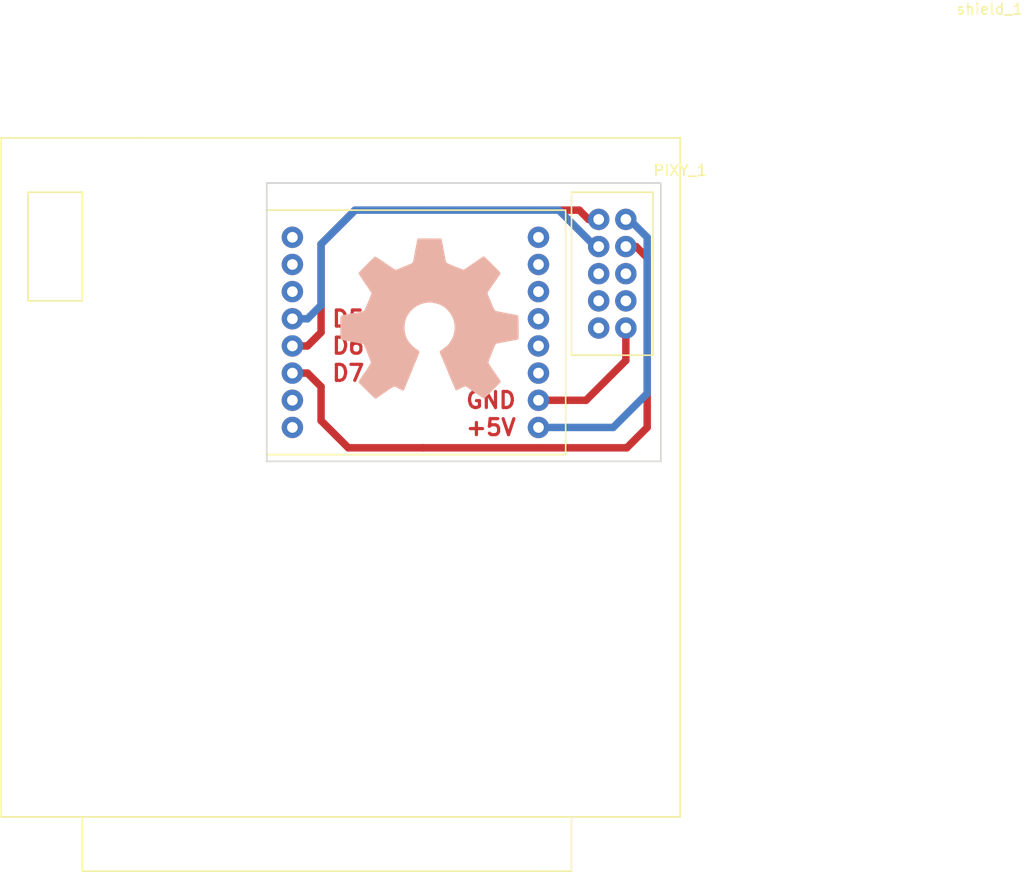
<source format=kicad_pcb>
(kicad_pcb (version 4) (host pcbnew 4.0.4-stable)

  (general
    (links 0)
    (no_connects 0)
    (area 186.961099 13.511 282.949239 96.388601)
    (thickness 1.6)
    (drawings 9)
    (tracks 38)
    (zones 0)
    (modules 4)
    (nets 11)
  )

  (page A4)
  (layers
    (0 F.Cu signal)
    (31 B.Cu signal)
    (32 B.Adhes user hide)
    (33 F.Adhes user hide)
    (34 B.Paste user hide)
    (35 F.Paste user hide)
    (36 B.SilkS user)
    (37 F.SilkS user)
    (38 B.Mask user hide)
    (39 F.Mask user hide)
    (40 Dwgs.User user hide)
    (41 Cmts.User user hide)
    (42 Eco1.User user)
    (43 Eco2.User user hide)
    (44 Edge.Cuts user)
    (45 Margin user hide)
    (46 B.CrtYd user hide)
    (47 F.CrtYd user hide)
    (48 B.Fab user hide)
    (49 F.Fab user hide)
  )

  (setup
    (last_trace_width 0.7)
    (trace_clearance 0.2)
    (zone_clearance 1)
    (zone_45_only no)
    (trace_min 0.2)
    (segment_width 0.2)
    (edge_width 0.15)
    (via_size 0.6)
    (via_drill 0.4)
    (via_min_size 0.4)
    (via_min_drill 0.3)
    (uvia_size 0.3)
    (uvia_drill 0.1)
    (uvias_allowed no)
    (uvia_min_size 0.2)
    (uvia_min_drill 0.1)
    (pcb_text_width 0.3)
    (pcb_text_size 1.5 1.5)
    (mod_edge_width 0.15)
    (mod_text_size 1 1)
    (mod_text_width 0.15)
    (pad_size 2 2)
    (pad_drill 1)
    (pad_to_mask_clearance 0.2)
    (aux_axis_origin 0 0)
    (visible_elements FFFCC601)
    (pcbplotparams
      (layerselection 0x00030_80000001)
      (usegerberextensions false)
      (excludeedgelayer true)
      (linewidth 0.020000)
      (plotframeref false)
      (viasonmask false)
      (mode 1)
      (useauxorigin false)
      (hpglpennumber 1)
      (hpglpenspeed 20)
      (hpglpendiameter 15)
      (hpglpenoverlay 2)
      (psnegative false)
      (psa4output false)
      (plotreference true)
      (plotvalue true)
      (plotinvisibletext false)
      (padsonsilk false)
      (subtractmaskfromsilk false)
      (outputformat 1)
      (mirror false)
      (drillshape 0)
      (scaleselection 1)
      (outputdirectory ""))
  )

  (net 0 "")
  (net 1 /d6)
  (net 2 /5v)
  (net 3 /d5)
  (net 4 /d7)
  (net 5 "Net-(PIXY_1-Pad5)")
  (net 6 "Net-(PIXY_1-Pad6)")
  (net 7 "Net-(PIXY_1-Pad7)")
  (net 8 "Net-(PIXY_1-Pad8)")
  (net 9 "Net-(PIXY_1-Pad9)")
  (net 10 /gnd)

  (net_class Default "This is the default net class."
    (clearance 0.2)
    (trace_width 0.7)
    (via_dia 0.6)
    (via_drill 0.4)
    (uvia_dia 0.3)
    (uvia_drill 0.1)
    (add_net /5v)
    (add_net /d5)
    (add_net /d6)
    (add_net /d7)
    (add_net /gnd)
    (add_net "Net-(PIXY_1-Pad5)")
    (add_net "Net-(PIXY_1-Pad6)")
    (add_net "Net-(PIXY_1-Pad7)")
    (add_net "Net-(PIXY_1-Pad8)")
    (add_net "Net-(PIXY_1-Pad9)")
  )

  (net_class big ""
    (clearance 0.2)
    (trace_width 0.7)
    (via_dia 0.6)
    (via_drill 0.4)
    (uvia_dia 0.3)
    (uvia_drill 0.1)
  )

  (net_class small ""
    (clearance 0.2)
    (trace_width 0.25)
    (via_dia 0.6)
    (via_drill 0.4)
    (uvia_dia 0.3)
    (uvia_drill 0.1)
  )

  (module TPS730:shield (layer F.Cu) (tedit 587F3BE7) (tstamp 587CA1A1)
    (at 237.49 36.83)
    (path /5853B240)
    (fp_text reference shield_1 (at 42.164 -21.344) (layer F.SilkS)
      (effects (font (size 1 1) (thickness 0.15)))
    )
    (fp_text value shield (at 42.164 -22.344) (layer F.Fab)
      (effects (font (size 1 1) (thickness 0.15)))
    )
    (fp_line (start -25.4 -2.54) (end 2.54 -2.54) (layer F.SilkS) (width 0.15))
    (fp_line (start 2.54 -2.54) (end 2.54 20.32) (layer F.SilkS) (width 0.15))
    (fp_line (start 2.54 20.32) (end -25.4 20.32) (layer F.SilkS) (width 0.15))
    (fp_line (start -25.4 20.32) (end -25.4 -2.54) (layer F.SilkS) (width 0.15))
    (pad 14 thru_hole circle (at 0 0) (size 2 2) (drill 1) (layers *.Cu *.Mask))
    (pad 13 thru_hole circle (at 0 2.54) (size 2 2) (drill 1) (layers *.Cu *.Mask))
    (pad 12 thru_hole circle (at 0 5.08) (size 2 2) (drill 1) (layers *.Cu *.Mask))
    (pad 8 thru_hole circle (at 0 7.62) (size 2 2) (drill 1) (layers *.Cu *.Mask))
    (pad 7 thru_hole circle (at 0 10.16) (size 2 2) (drill 1) (layers *.Cu *.Mask))
    (pad 6 thru_hole circle (at 0 12.7) (size 2 2) (drill 1) (layers *.Cu *.Mask))
    (pad 5 thru_hole circle (at 0 15.24) (size 2 2) (drill 1) (layers *.Cu *.Mask)
      (net 10 /gnd))
    (pad 1 thru_hole circle (at 0 17.78) (size 2 2) (drill 1) (layers *.Cu *.Mask)
      (net 2 /5v))
    (pad 9 thru_hole circle (at -23 0) (size 2 2) (drill 1) (layers *.Cu *.Mask))
    (pad 10 thru_hole circle (at -23 2.54) (size 2 2) (drill 1) (layers *.Cu *.Mask))
    (pad 11 thru_hole circle (at -23 5.08) (size 2 2) (drill 1) (layers *.Cu *.Mask))
    (pad 4 thru_hole circle (at -23 7.62) (size 2 2) (drill 1) (layers *.Cu *.Mask)
      (net 3 /d5))
    (pad 3 thru_hole circle (at -23 10.16) (size 2 2) (drill 1) (layers *.Cu *.Mask)
      (net 1 /d6))
    (pad 2 thru_hole circle (at -23 12.7) (size 2 2) (drill 1) (layers *.Cu *.Mask)
      (net 4 /d7))
    (pad 15 thru_hole circle (at -23 15.24) (size 2 2) (drill 1) (layers *.Cu *.Mask))
    (pad 16 thru_hole circle (at -23 17.78) (size 2 2) (drill 1) (layers *.Cu *.Mask))
  )

  (module TPS730:PIXY (layer F.Cu) (tedit 587F3C10) (tstamp 5853C347)
    (at 250.7361 30.0736)
    (path /5853BA1B)
    (fp_text reference PIXY_1 (at 0 0.5) (layer F.SilkS)
      (effects (font (size 1 1) (thickness 0.15)))
    )
    (fp_text value PIXY (at 0 -0.5) (layer F.Fab)
      (effects (font (size 1 1) (thickness 0.15)))
    )
    (fp_line (start -10.16 15.24) (end -10.16 17.78) (layer F.SilkS) (width 0.15))
    (fp_line (start -10.16 17.78) (end -2.54 17.78) (layer F.SilkS) (width 0.15))
    (fp_line (start -2.54 17.78) (end -2.54 15.24) (layer F.SilkS) (width 0.15))
    (fp_line (start -2.54 2.54) (end -10.16 2.54) (layer F.SilkS) (width 0.15))
    (fp_line (start -10.16 2.54) (end -10.16 15.24) (layer F.SilkS) (width 0.15))
    (fp_line (start -2.54 15.24) (end -2.54 2.54) (layer F.SilkS) (width 0.15))
    (fp_line (start -60.96 2.54) (end -55.88 2.54) (layer F.SilkS) (width 0.15))
    (fp_line (start -55.88 2.54) (end -55.88 12.7) (layer F.SilkS) (width 0.15))
    (fp_line (start -55.88 12.7) (end -60.96 12.7) (layer F.SilkS) (width 0.15))
    (fp_line (start -60.96 12.7) (end -60.96 2.54) (layer F.SilkS) (width 0.15))
    (fp_line (start -55.88 60.96) (end -55.88 66.04) (layer F.SilkS) (width 0.15))
    (fp_line (start -55.88 66.04) (end -12.7 66.04) (layer F.SilkS) (width 0.15))
    (fp_line (start -12.7 66.04) (end -10.16 66.04) (layer F.SilkS) (width 0.15))
    (fp_line (start -10.16 66.04) (end -10.16 60.96) (layer F.SilkS) (width 0.15))
    (fp_line (start -63.5 -2.54) (end -63.5 22.86) (layer F.SilkS) (width 0.15))
    (fp_line (start -63.5 22.86) (end -63.5 48.26) (layer F.SilkS) (width 0.15))
    (fp_line (start -63.5 48.26) (end -63.5 60.96) (layer F.SilkS) (width 0.15))
    (fp_line (start -63.5 60.96) (end 0 60.96) (layer F.SilkS) (width 0.15))
    (fp_line (start 0 60.96) (end 0 -2.54) (layer F.SilkS) (width 0.15))
    (fp_line (start 0 -2.54) (end -50.8 -2.54) (layer F.SilkS) (width 0.15))
    (fp_line (start -50.8 -2.54) (end -63.5 -2.54) (layer F.SilkS) (width 0.15))
    (pad 1 thru_hole circle (at -7.62 5.08) (size 2 2) (drill 1) (layers *.Cu *.Mask)
      (net 1 /d6))
    (pad 2 thru_hole circle (at -5.08 5.08) (size 2 2) (drill 1) (layers *.Cu *.Mask)
      (net 2 /5v))
    (pad 3 thru_hole circle (at -7.62 7.62) (size 2 2) (drill 1) (layers *.Cu *.Mask)
      (net 3 /d5))
    (pad 4 thru_hole circle (at -5.08 7.62) (size 2 2) (drill 1) (layers *.Cu *.Mask)
      (net 4 /d7))
    (pad 5 thru_hole circle (at -7.62 10.16) (size 2 2) (drill 1) (layers *.Cu *.Mask)
      (net 5 "Net-(PIXY_1-Pad5)"))
    (pad 6 thru_hole circle (at -5.08 10.16) (size 2 2) (drill 1) (layers *.Cu *.Mask)
      (net 6 "Net-(PIXY_1-Pad6)"))
    (pad 7 thru_hole circle (at -7.62 12.7) (size 2 2) (drill 1) (layers *.Cu *.Mask)
      (net 7 "Net-(PIXY_1-Pad7)"))
    (pad 8 thru_hole circle (at -5.08 12.7) (size 2 2) (drill 1) (layers *.Cu *.Mask)
      (net 8 "Net-(PIXY_1-Pad8)"))
    (pad 9 thru_hole circle (at -7.62 15.24) (size 2 2) (drill 1) (layers *.Cu *.Mask)
      (net 9 "Net-(PIXY_1-Pad9)"))
    (pad 10 thru_hole circle (at -5.08 15.24) (size 2 2) (drill 1) (layers *.Cu *.Mask)
      (net 10 /gnd))
  )

  (module TPS730:opensource_solo (layer B.Cu) (tedit 0) (tstamp 587F4F4B)
    (at 227.33 44.45 180)
    (fp_text reference G*** (at 0 0 180) (layer B.SilkS) hide
      (effects (font (thickness 0.3)) (justify mirror))
    )
    (fp_text value LOGO (at 0.75 0 180) (layer B.SilkS) hide
      (effects (font (thickness 0.3)) (justify mirror))
    )
    (fp_poly (pts (xy 1.1541 7.443611) (xy 1.166343 7.397158) (xy 1.186585 7.304677) (xy 1.212889 7.175704)
      (xy 1.24332 7.019773) (xy 1.275941 6.846421) (xy 1.281608 6.815667) (xy 1.342634 6.484125)
      (xy 1.394555 6.203736) (xy 1.43826 5.9701) (xy 1.474638 5.778818) (xy 1.50458 5.62549)
      (xy 1.528975 5.505717) (xy 1.548713 5.415098) (xy 1.564683 5.349235) (xy 1.577775 5.303727)
      (xy 1.588879 5.274176) (xy 1.596098 5.260379) (xy 1.639563 5.224632) (xy 1.735812 5.171846)
      (xy 1.883956 5.102455) (xy 2.083109 5.016892) (xy 2.164091 4.983452) (xy 2.341598 4.910641)
      (xy 2.516071 4.838803) (xy 2.675234 4.773014) (xy 2.806811 4.718348) (xy 2.898523 4.679881)
      (xy 2.899184 4.679601) (xy 3.006699 4.637858) (xy 3.102877 4.607186) (xy 3.169102 4.593415)
      (xy 3.175144 4.593167) (xy 3.2295 4.609669) (xy 3.321067 4.656374) (xy 3.442311 4.72908)
      (xy 3.573729 4.815417) (xy 3.732627 4.923437) (xy 3.852296 5.004407) (xy 3.940092 5.063146)
      (xy 4.003373 5.104472) (xy 4.049495 5.133205) (xy 4.085817 5.154163) (xy 4.113388 5.168897)
      (xy 4.161502 5.202214) (xy 4.176888 5.225642) (xy 4.199646 5.247008) (xy 4.21687 5.249334)
      (xy 4.259031 5.263871) (xy 4.266259 5.273724) (xy 4.295077 5.303231) (xy 4.362486 5.355212)
      (xy 4.458587 5.42325) (xy 4.573479 5.500928) (xy 4.697263 5.581831) (xy 4.820039 5.659542)
      (xy 4.931908 5.727645) (xy 5.022969 5.779724) (xy 5.083323 5.809362) (xy 5.099524 5.813778)
      (xy 5.132191 5.798975) (xy 5.192101 5.753347) (xy 5.281216 5.675067) (xy 5.401499 5.562305)
      (xy 5.554914 5.413235) (xy 5.743423 5.226028) (xy 5.903416 5.06515) (xy 6.071865 4.894657)
      (xy 6.228011 4.735801) (xy 6.367318 4.593256) (xy 6.485253 4.471699) (xy 6.577282 4.375803)
      (xy 6.638871 4.310244) (xy 6.665485 4.279695) (xy 6.665914 4.279002) (xy 6.655819 4.244982)
      (xy 6.613286 4.166642) (xy 6.539132 4.04527) (xy 6.434174 3.882152) (xy 6.299231 3.678577)
      (xy 6.13512 3.43583) (xy 6.0669 3.335949) (xy 5.929204 3.133458) (xy 5.802131 2.943921)
      (xy 5.689153 2.772717) (xy 5.59374 2.625225) (xy 5.519364 2.506824) (xy 5.469496 2.422894)
      (xy 5.447606 2.378813) (xy 5.446888 2.375098) (xy 5.457479 2.338589) (xy 5.487057 2.258187)
      (xy 5.532329 2.141863) (xy 5.590003 1.997584) (xy 5.656788 1.83332) (xy 5.72939 1.65704)
      (xy 5.804519 1.476714) (xy 5.878881 1.30031) (xy 5.949185 1.135798) (xy 6.012138 0.991146)
      (xy 6.064449 0.874325) (xy 6.086236 0.827465) (xy 6.146288 0.748808) (xy 6.211353 0.708926)
      (xy 6.262627 0.695551) (xy 6.360211 0.67413) (xy 6.494845 0.646541) (xy 6.657275 0.614661)
      (xy 6.838242 0.580364) (xy 6.921681 0.564932) (xy 7.236872 0.506853) (xy 7.50099 0.457576)
      (xy 7.718549 0.416118) (xy 7.894067 0.381495) (xy 8.032058 0.352723) (xy 8.137039 0.328817)
      (xy 8.213525 0.308795) (xy 8.266032 0.291671) (xy 8.299076 0.276461) (xy 8.317172 0.262183)
      (xy 8.3185 0.260556) (xy 8.328238 0.233877) (xy 8.336175 0.178597) (xy 8.342448 0.090443)
      (xy 8.347194 -0.034856) (xy 8.350552 -0.201573) (xy 8.352659 -0.41398) (xy 8.353654 -0.676349)
      (xy 8.353777 -0.832555) (xy 8.353308 -1.121887) (xy 8.351807 -1.359062) (xy 8.349135 -1.548363)
      (xy 8.345156 -1.69407) (xy 8.339729 -1.800465) (xy 8.332717 -1.871829) (xy 8.32398 -1.912444)
      (xy 8.3185 -1.923094) (xy 8.275463 -1.945207) (xy 8.178085 -1.973955) (xy 8.028027 -2.008934)
      (xy 7.826952 -2.049737) (xy 7.704666 -2.072775) (xy 7.378567 -2.132886) (xy 7.103481 -2.183673)
      (xy 6.874932 -2.226154) (xy 6.688446 -2.261349) (xy 6.539546 -2.290277) (xy 6.423756 -2.313955)
      (xy 6.336602 -2.333404) (xy 6.273607 -2.349641) (xy 6.230297 -2.363686) (xy 6.202195 -2.376557)
      (xy 6.184825 -2.389274) (xy 6.173713 -2.402854) (xy 6.164382 -2.418318) (xy 6.160802 -2.424215)
      (xy 6.139802 -2.466912) (xy 6.10268 -2.551058) (xy 6.054005 -2.665582) (xy 5.99834 -2.799415)
      (xy 5.940252 -2.941488) (xy 5.884308 -3.080732) (xy 5.835071 -3.206076) (xy 5.798742 -3.302)
      (xy 5.773834 -3.366969) (xy 5.733243 -3.469772) (xy 5.682695 -3.596014) (xy 5.630633 -3.724627)
      (xy 5.565415 -3.893951) (xy 5.526406 -4.017821) (xy 5.512465 -4.100161) (xy 5.514187 -4.125324)
      (xy 5.532802 -4.166024) (xy 5.577046 -4.244016) (xy 5.640866 -4.349877) (xy 5.718208 -4.474185)
      (xy 5.803019 -4.607517) (xy 5.889245 -4.740451) (xy 5.970833 -4.863565) (xy 6.041729 -4.967435)
      (xy 6.09588 -5.042641) (xy 6.127232 -5.079758) (xy 6.127526 -5.08) (xy 6.150936 -5.109314)
      (xy 6.195071 -5.172112) (xy 6.246758 -5.249333) (xy 6.310837 -5.345636) (xy 6.392672 -5.466705)
      (xy 6.477697 -5.591033) (xy 6.50451 -5.629886) (xy 6.594394 -5.768494) (xy 6.646409 -5.869531)
      (xy 6.660155 -5.931974) (xy 6.635228 -5.9548) (xy 6.632222 -5.954889) (xy 6.610199 -5.970563)
      (xy 6.611055 -5.976254) (xy 6.593824 -6.001872) (xy 6.541064 -6.061064) (xy 6.458175 -6.148536)
      (xy 6.350557 -6.258994) (xy 6.223611 -6.387144) (xy 6.082737 -6.527691) (xy 5.933335 -6.67534)
      (xy 5.780805 -6.824799) (xy 5.630547 -6.970772) (xy 5.487961 -7.107965) (xy 5.358448 -7.231083)
      (xy 5.247407 -7.334833) (xy 5.160239 -7.41392) (xy 5.102345 -7.463049) (xy 5.08 -7.477303)
      (xy 5.042414 -7.461431) (xy 4.968614 -7.418677) (xy 4.868274 -7.355026) (xy 4.751068 -7.276465)
      (xy 4.714374 -7.2511) (xy 4.595333 -7.166898) (xy 4.492744 -7.091835) (xy 4.415766 -7.032797)
      (xy 4.373553 -6.996671) (xy 4.369084 -6.991405) (xy 4.349667 -6.972846) (xy 4.346654 -6.979497)
      (xy 4.325811 -6.975558) (xy 4.271238 -6.944098) (xy 4.194184 -6.891697) (xy 4.183944 -6.884303)
      (xy 3.974777 -6.735294) (xy 3.784192 -6.605376) (xy 3.616918 -6.497442) (xy 3.477685 -6.414385)
      (xy 3.371221 -6.359097) (xy 3.302257 -6.334471) (xy 3.284556 -6.334203) (xy 3.2378 -6.352958)
      (xy 3.15226 -6.393735) (xy 3.038545 -6.451242) (xy 2.907267 -6.520186) (xy 2.85049 -6.550713)
      (xy 2.701354 -6.631958) (xy 2.593577 -6.686753) (xy 2.517482 -6.712763) (xy 2.463392 -6.70765)
      (xy 2.421632 -6.669077) (xy 2.382525 -6.594707) (xy 2.336394 -6.482202) (xy 2.311597 -6.420555)
      (xy 2.247418 -6.263283) (xy 2.179367 -6.097518) (xy 2.112295 -5.934982) (xy 2.051055 -5.787398)
      (xy 2.000499 -5.666488) (xy 1.96548 -5.583974) (xy 1.961107 -5.573889) (xy 1.937213 -5.517464)
      (xy 1.897033 -5.420848) (xy 1.845568 -5.29613) (xy 1.787815 -5.155395) (xy 1.768524 -5.108222)
      (xy 1.700134 -4.940953) (xy 1.627132 -4.76261) (xy 1.557995 -4.593889) (xy 1.501198 -4.455486)
      (xy 1.49836 -4.448577) (xy 1.452983 -4.331701) (xy 1.419653 -4.233143) (xy 1.402156 -4.164979)
      (xy 1.401844 -4.140828) (xy 1.401636 -4.1253) (xy 1.387249 -4.13186) (xy 1.358167 -4.134527)
      (xy 1.354666 -4.124188) (xy 1.344273 -4.090117) (xy 1.315475 -4.013164) (xy 1.271849 -3.902436)
      (xy 1.216967 -3.767042) (xy 1.16849 -3.649801) (xy 1.088744 -3.455989) (xy 1.030528 -3.30699)
      (xy 0.992189 -3.196153) (xy 0.97207 -3.116827) (xy 0.968518 -3.062361) (xy 0.979878 -3.026106)
      (xy 1.004493 -3.001411) (xy 1.006761 -2.999883) (xy 1.179087 -2.884845) (xy 1.314093 -2.790743)
      (xy 1.422652 -2.709129) (xy 1.515638 -2.631559) (xy 1.603926 -2.549584) (xy 1.666184 -2.487667)
      (xy 1.905359 -2.216836) (xy 2.090907 -1.941168) (xy 2.225606 -1.653723) (xy 2.312234 -1.347561)
      (xy 2.35357 -1.015742) (xy 2.356979 -0.762) (xy 2.327323 -0.408799) (xy 2.255725 -0.088889)
      (xy 2.138977 0.205495) (xy 1.973873 0.482116) (xy 1.757207 0.74874) (xy 1.714129 0.794555)
      (xy 1.460926 1.019403) (xy 1.171068 1.208075) (xy 0.854379 1.356416) (xy 0.520687 1.460275)
      (xy 0.179814 1.515498) (xy -0.010753 1.52363) (xy -0.156747 1.514369) (xy -0.326886 1.489372)
      (xy -0.508666 1.451985) (xy -0.689583 1.405552) (xy -0.85713 1.353417) (xy -0.998804 1.298924)
      (xy -1.102101 1.245419) (xy -1.131112 1.223978) (xy -1.177014 1.192317) (xy -1.197606 1.185334)
      (xy -1.230738 1.169153) (xy -1.290718 1.127921) (xy -1.329439 1.098296) (xy -1.391926 1.051537)
      (xy -1.431736 1.026998) (xy -1.439334 1.026555) (xy -1.456433 1.017557) (xy -1.50207 0.975077)
      (xy -1.567758 0.908235) (xy -1.645007 0.826151) (xy -1.725329 0.737945) (xy -1.800236 0.652736)
      (xy -1.86124 0.579646) (xy -1.889323 0.543082) (xy -1.994435 0.379996) (xy -2.094361 0.193144)
      (xy -2.179916 0.001981) (xy -2.241917 -0.174041) (xy -2.258973 -0.239889) (xy -2.313053 -0.601389)
      (xy -2.317283 -0.966035) (xy -2.272094 -1.322124) (xy -2.210243 -1.563344) (xy -2.142933 -1.734506)
      (xy -2.043696 -1.93049) (xy -1.920799 -2.136488) (xy -1.782509 -2.337696) (xy -1.764005 -2.362499)
      (xy -1.702822 -2.429644) (xy -1.606407 -2.519292) (xy -1.486152 -2.622126) (xy -1.353444 -2.728828)
      (xy -1.219674 -2.83008) (xy -1.09623 -2.916566) (xy -1.051278 -2.945574) (xy -0.968557 -3.008307)
      (xy -0.933597 -3.065916) (xy -0.931334 -3.085821) (xy -0.942051 -3.143095) (xy -0.969934 -3.234139)
      (xy -1.008576 -3.341433) (xy -1.051573 -3.44746) (xy -1.092521 -3.534701) (xy -1.101438 -3.551085)
      (xy -1.122274 -3.595743) (xy -1.157971 -3.680133) (xy -1.203149 -3.791297) (xy -1.242899 -3.891812)
      (xy -1.294391 -4.020723) (xy -1.343525 -4.138695) (xy -1.383847 -4.230494) (xy -1.404321 -4.272812)
      (xy -1.436492 -4.334989) (xy -1.453902 -4.372376) (xy -1.454563 -4.374444) (xy -1.483867 -4.47726)
      (xy -1.509077 -4.534224) (xy -1.521054 -4.543777) (xy -1.538859 -4.567357) (xy -1.544124 -4.595716)
      (xy -1.557716 -4.645498) (xy -1.589972 -4.728888) (xy -1.634293 -4.829018) (xy -1.640728 -4.84266)
      (xy -1.686415 -4.94235) (xy -1.721663 -5.02594) (xy -1.739725 -5.077306) (xy -1.74051 -5.081082)
      (xy -1.755111 -5.12848) (xy -1.786097 -5.208766) (xy -1.821644 -5.292748) (xy -1.868401 -5.399521)
      (xy -1.912666 -5.501463) (xy -1.937713 -5.559777) (xy -1.977593 -5.652578) (xy -2.016014 -5.740622)
      (xy -2.017163 -5.743222) (xy -2.040493 -5.797656) (xy -2.08076 -5.893319) (xy -2.133381 -6.019257)
      (xy -2.193776 -6.164517) (xy -2.233794 -6.26112) (xy -2.295381 -6.406353) (xy -2.351725 -6.532458)
      (xy -2.398587 -6.630462) (xy -2.431728 -6.691393) (xy -2.44459 -6.707224) (xy -2.479422 -6.69932)
      (xy -2.554619 -6.669035) (xy -2.660759 -6.620581) (xy -2.788419 -6.558169) (xy -2.861453 -6.520937)
      (xy -3.033716 -6.434042) (xy -3.164491 -6.373992) (xy -3.260811 -6.338789) (xy -3.329708 -6.326435)
      (xy -3.378212 -6.334932) (xy -3.413356 -6.362284) (xy -3.414631 -6.3638) (xy -3.453524 -6.392257)
      (xy -3.472581 -6.391562) (xy -3.506098 -6.396581) (xy -3.512094 -6.403898) (xy -3.542806 -6.432969)
      (xy -3.607159 -6.482902) (xy -3.692697 -6.545064) (xy -3.786966 -6.61082) (xy -3.87751 -6.671537)
      (xy -3.951875 -6.71858) (xy -3.997605 -6.743315) (xy -4.004298 -6.745111) (xy -4.038825 -6.765402)
      (xy -4.040482 -6.768865) (xy -4.065956 -6.792409) (xy -4.128616 -6.840292) (xy -4.218617 -6.905649)
      (xy -4.326111 -6.981611) (xy -4.441253 -7.061314) (xy -4.554195 -7.137889) (xy -4.655091 -7.204471)
      (xy -4.734095 -7.254193) (xy -4.749566 -7.263355) (xy -4.812696 -7.302611) (xy -4.851403 -7.331483)
      (xy -4.854223 -7.334563) (xy -4.901781 -7.375022) (xy -4.97359 -7.416791) (xy -5.042966 -7.445563)
      (xy -5.070777 -7.450666) (xy -5.102663 -7.43118) (xy -5.168199 -7.376305) (xy -5.261997 -7.291422)
      (xy -5.378672 -7.181907) (xy -5.512838 -7.053139) (xy -5.65911 -6.910496) (xy -5.8121 -6.759356)
      (xy -5.966424 -6.605099) (xy -6.116696 -6.453101) (xy -6.257529 -6.308741) (xy -6.383537 -6.177397)
      (xy -6.489336 -6.064448) (xy -6.569538 -5.975271) (xy -6.618758 -5.915246) (xy -6.632223 -5.891451)
      (xy -6.617903 -5.844612) (xy -6.582116 -5.770736) (xy -6.535615 -5.689128) (xy -6.489158 -5.619092)
      (xy -6.463154 -5.588) (xy -6.443089 -5.560821) (xy -6.397373 -5.495328) (xy -6.331872 -5.400033)
      (xy -6.252455 -5.283447) (xy -6.210226 -5.221111) (xy -6.125171 -5.095773) (xy -6.050232 -4.986174)
      (xy -5.991576 -4.901271) (xy -5.955372 -4.850023) (xy -5.947868 -4.840111) (xy -5.90033 -4.777716)
      (xy -5.836589 -4.685808) (xy -5.763133 -4.574741) (xy -5.68645 -4.454868) (xy -5.613028 -4.336542)
      (xy -5.549354 -4.230117) (xy -5.501914 -4.145945) (xy -5.477198 -4.094379) (xy -5.475112 -4.085666)
      (xy -5.485165 -4.042848) (xy -5.513064 -3.957292) (xy -5.555413 -3.838553) (xy -5.608818 -3.696189)
      (xy -5.661429 -3.561066) (xy -5.774552 -3.275248) (xy -5.869103 -3.037334) (xy -5.947469 -2.842817)
      (xy -6.012033 -2.68719) (xy -6.065182 -2.565947) (xy -6.109299 -2.474582) (xy -6.14677 -2.408587)
      (xy -6.17998 -2.363456) (xy -6.211313 -2.334682) (xy -6.243154 -2.31776) (xy -6.277888 -2.308181)
      (xy -6.317901 -2.30144) (xy -6.328946 -2.29968) (xy -6.395569 -2.288112) (xy -6.506019 -2.2681)
      (xy -6.64868 -2.241786) (xy -6.811935 -2.211309) (xy -6.956778 -2.184003) (xy -7.147642 -2.147989)
      (xy -7.346069 -2.110782) (xy -7.53467 -2.075626) (xy -7.696056 -2.045766) (xy -7.775223 -2.031263)
      (xy -7.958918 -1.997039) (xy -8.094188 -1.969326) (xy -8.18833 -1.945665) (xy -8.248647 -1.923592)
      (xy -8.282437 -1.900648) (xy -8.297002 -1.874371) (xy -8.299612 -1.854478) (xy -8.300051 -1.812624)
      (xy -8.300292 -1.721095) (xy -8.300341 -1.58666) (xy -8.300204 -1.41609) (xy -8.299885 -1.216153)
      (xy -8.29939 -0.993619) (xy -8.298745 -0.762141) (xy -8.297351 -0.473076) (xy -8.295006 -0.236488)
      (xy -8.291572 -0.048417) (xy -8.286909 0.095098) (xy -8.280877 0.198019) (xy -8.273336 0.264305)
      (xy -8.264147 0.297919) (xy -8.261189 0.302086) (xy -8.224605 0.316244) (xy -8.137346 0.338949)
      (xy -8.004372 0.369202) (xy -7.830639 0.406005) (xy -7.621106 0.44836) (xy -7.380731 0.495268)
      (xy -7.114471 0.545731) (xy -6.827284 0.598751) (xy -6.524128 0.65333) (xy -6.462889 0.66419)
      (xy -6.338715 0.689158) (xy -6.229613 0.716502) (xy -6.151859 0.741904) (xy -6.12973 0.752586)
      (xy -6.08806 0.798074) (xy -6.031773 0.886964) (xy -5.965805 1.00971) (xy -5.895094 1.156764)
      (xy -5.824575 1.31858) (xy -5.781923 1.425223) (xy -5.757176 1.489296) (xy -5.736704 1.541248)
      (xy -5.715367 1.593352) (xy -5.688025 1.657882) (xy -5.649539 1.747111) (xy -5.594768 1.873313)
      (xy -5.581003 1.905) (xy -5.508557 2.07254) (xy -5.456695 2.197223) (xy -5.4235 2.287956)
      (xy -5.407055 2.353649) (xy -5.405443 2.403209) (xy -5.416746 2.445544) (xy -5.439048 2.489563)
      (xy -5.450814 2.509974) (xy -5.487349 2.569263) (xy -5.545431 2.659367) (xy -5.618852 2.771066)
      (xy -5.701407 2.895143) (xy -5.78689 3.02238) (xy -5.869093 3.143559) (xy -5.941812 3.249463)
      (xy -5.998838 3.330872) (xy -6.033968 3.37857) (xy -6.041082 3.386667) (xy -6.062086 3.413908)
      (xy -6.108505 3.47955) (xy -6.174413 3.575049) (xy -6.253887 3.691861) (xy -6.295492 3.753556)
      (xy -6.381044 3.87983) (xy -6.45757 3.991016) (xy -6.518621 4.077877) (xy -6.557747 4.131176)
      (xy -6.566511 4.141779) (xy -6.593315 4.171332) (xy -6.61134 4.199489) (xy -6.617468 4.230386)
      (xy -6.608579 4.268154) (xy -6.581556 4.316928) (xy -6.533279 4.380841) (xy -6.46063 4.464027)
      (xy -6.36049 4.570621) (xy -6.229741 4.704754) (xy -6.065263 4.870562) (xy -5.866457 5.069657)
      (xy -5.693708 5.241365) (xy -5.532136 5.399806) (xy -5.386329 5.540641) (xy -5.260875 5.659534)
      (xy -5.160362 5.752145) (xy -5.089378 5.814136) (xy -5.052511 5.84117) (xy -5.049594 5.842)
      (xy -5.005242 5.826569) (xy -4.931278 5.786019) (xy -4.843345 5.728968) (xy -4.83932 5.726157)
      (xy -4.729768 5.649747) (xy -4.590648 5.553314) (xy -4.41796 5.434099) (xy -4.207708 5.289344)
      (xy -3.955894 5.116289) (xy -3.880556 5.064558) (xy -3.745574 4.971857) (xy -3.604006 4.874584)
      (xy -3.475382 4.786161) (xy -3.40175 4.735511) (xy -3.303283 4.672827) (xy -3.214972 4.625561)
      (xy -3.15214 4.601653) (xy -3.140707 4.600223) (xy -3.096352 4.610716) (xy -3.00851 4.639944)
      (xy -2.885629 4.684527) (xy -2.736154 4.741087) (xy -2.568533 4.806246) (xy -2.39121 4.876623)
      (xy -2.212633 4.948842) (xy -2.041248 5.019522) (xy -1.885501 5.085285) (xy -1.753838 5.142753)
      (xy -1.654707 5.188547) (xy -1.603191 5.215265) (xy -1.581723 5.227759) (xy -1.563455 5.241227)
      (xy -1.547124 5.260775) (xy -1.531464 5.291509) (xy -1.515211 5.338538) (xy -1.497101 5.406965)
      (xy -1.475869 5.501899) (xy -1.450251 5.628444) (xy -1.418981 5.791709) (xy -1.380797 5.996798)
      (xy -1.334432 6.248819) (xy -1.297739 6.448778) (xy -1.256071 6.673419) (xy -1.216489 6.882352)
      (xy -1.180386 7.068559) (xy -1.149155 7.22502) (xy -1.12419 7.344717) (xy -1.106884 7.420631)
      (xy -1.100223 7.443611) (xy -1.073655 7.507111) (xy 1.130285 7.507111) (xy 1.1541 7.443611)) (layer B.SilkS) (width 0.01))
  )

  (module TPS730:hangar_petit (layer F.Cu) (tedit 0) (tstamp 587F5410)
    (at 227.33 43.18 90)
    (fp_text reference G*** (at 0 0 90) (layer F.SilkS) hide
      (effects (font (thickness 0.3)))
    )
    (fp_text value LOGO (at 0.75 0 90) (layer F.SilkS) hide
      (effects (font (thickness 0.3)))
    )
    (fp_poly (pts (xy -8.749348 -0.778531) (xy -8.603418 -0.762982) (xy -8.489541 -0.731811) (xy -8.397475 -0.689248)
      (xy -8.134333 -0.502246) (xy -7.927329 -0.252012) (xy -7.836373 -0.084924) (xy -7.75184 0.183781)
      (xy -7.722934 0.484839) (xy -7.749859 0.786598) (xy -7.829054 1.048996) (xy -7.988685 1.311147)
      (xy -8.205178 1.520165) (xy -8.465146 1.67018) (xy -8.755206 1.755323) (xy -9.061971 1.769725)
      (xy -9.34833 1.715176) (xy -9.632296 1.58698) (xy -9.860172 1.39639) (xy -10.033425 1.141835)
      (xy -10.141617 0.864522) (xy -10.195414 0.54451) (xy -10.187039 0.412478) (xy -9.567026 0.412478)
      (xy -9.557525 0.632682) (xy -9.5199 0.836406) (xy -9.455731 0.993514) (xy -9.444725 1.010063)
      (xy -9.287017 1.165042) (xy -9.094879 1.249511) (xy -8.885701 1.259355) (xy -8.678728 1.191457)
      (xy -8.525801 1.064247) (xy -8.41523 0.880685) (xy -8.351074 0.659928) (xy -8.337393 0.421134)
      (xy -8.378245 0.18346) (xy -8.434917 0.04072) (xy -8.564184 -0.134643) (xy -8.731327 -0.245424)
      (xy -8.919515 -0.291661) (xy -9.11192 -0.273393) (xy -9.291713 -0.190659) (xy -9.442066 -0.043499)
      (xy -9.495348 0.043177) (xy -9.546827 0.205931) (xy -9.567026 0.412478) (xy -10.187039 0.412478)
      (xy -10.17543 0.22949) (xy -10.086878 -0.066811) (xy -9.934972 -0.330666) (xy -9.724925 -0.548348)
      (xy -9.564069 -0.656167) (xy -9.44306 -0.718463) (xy -9.337541 -0.756308) (xy -9.218935 -0.775632)
      (xy -9.058666 -0.782366) (xy -8.9535 -0.782863) (xy -8.749348 -0.778531)) (layer Eco1.User) (width 0.01))
    (fp_poly (pts (xy -3.971475 -0.779631) (xy -3.82723 -0.765152) (xy -3.706704 -0.733925) (xy -3.579499 -0.680142)
      (xy -3.546281 -0.664059) (xy -3.414416 -0.585494) (xy -3.279697 -0.483221) (xy -3.161093 -0.374532)
      (xy -3.077572 -0.276722) (xy -3.048 -0.209811) (xy -3.083799 -0.181705) (xy -3.176658 -0.134185)
      (xy -3.279148 -0.089108) (xy -3.510297 0.006698) (xy -3.685668 -0.134234) (xy -3.801184 -0.217635)
      (xy -3.904471 -0.259857) (xy -4.035433 -0.274229) (xy -4.107582 -0.275167) (xy -4.331213 -0.249942)
      (xy -4.50043 -0.168296) (xy -4.630932 -0.021273) (xy -4.669348 0.045342) (xy -4.716395 0.192183)
      (xy -4.738124 0.384713) (xy -4.73563 0.594319) (xy -4.710007 0.792386) (xy -4.662347 0.9503)
      (xy -4.632768 1.002344) (xy -4.480237 1.148078) (xy -4.292548 1.233705) (xy -4.09045 1.257001)
      (xy -3.894691 1.215744) (xy -3.72602 1.10771) (xy -3.718451 1.100297) (xy -3.640759 1.001602)
      (xy -3.60008 0.908939) (xy -3.598333 0.892256) (xy -3.606791 0.843252) (xy -3.645168 0.816776)
      (xy -3.732973 0.806074) (xy -3.852333 0.804333) (xy -4.106333 0.804333) (xy -4.106333 0.338667)
      (xy -3.048 0.338667) (xy -3.048 1.693333) (xy -3.306938 1.693333) (xy -3.448815 1.690967)
      (xy -3.523676 1.679672) (xy -3.549131 1.653151) (xy -3.543734 1.608667) (xy -3.541819 1.537078)
      (xy -3.581852 1.533154) (xy -3.638106 1.584414) (xy -3.74469 1.660439) (xy -3.909796 1.719645)
      (xy -4.108234 1.757878) (xy -4.314813 1.770984) (xy -4.504341 1.75481) (xy -4.572274 1.738446)
      (xy -4.845906 1.614427) (xy -5.064745 1.42715) (xy -5.22651 1.17977) (xy -5.328922 0.875443)
      (xy -5.36295 0.644238) (xy -5.358692 0.29696) (xy -5.288816 -0.019409) (xy -5.157874 -0.294746)
      (xy -4.97042 -0.518928) (xy -4.777232 -0.657764) (xy -4.657354 -0.719373) (xy -4.55192 -0.756802)
      (xy -4.432453 -0.775929) (xy -4.270478 -0.782634) (xy -4.169833 -0.783167) (xy -3.971475 -0.779631)) (layer Eco1.User) (width 0.01))
    (fp_poly (pts (xy -7.08402 -0.7586) (xy -6.857159 -0.754163) (xy -6.743935 -0.750505) (xy -6.484711 -0.739671)
      (xy -6.293226 -0.72735) (xy -6.152561 -0.711106) (xy -6.045794 -0.6885) (xy -5.956004 -0.657098)
      (xy -5.892905 -0.627938) (xy -5.70798 -0.493791) (xy -5.581247 -0.314862) (xy -5.513655 -0.108326)
      (xy -5.50615 0.108645) (xy -5.559681 0.318876) (xy -5.675195 0.505195) (xy -5.823365 0.632282)
      (xy -6.001332 0.745145) (xy -5.866426 0.975822) (xy -5.767165 1.146727) (xy -5.656746 1.338558)
      (xy -5.592136 1.451695) (xy -5.452751 1.696891) (xy -5.801709 1.684529) (xy -6.150668 1.672167)
      (xy -6.595856 0.867833) (xy -6.811595 0.855038) (xy -7.027333 0.842242) (xy -7.027333 1.693333)
      (xy -7.62 1.693333) (xy -7.62 0.145788) (xy -7.02233 0.145788) (xy -7.018414 0.266026)
      (xy -7.009674 0.323624) (xy -6.957877 0.35412) (xy -6.846273 0.373314) (xy -6.698981 0.381081)
      (xy -6.54012 0.377298) (xy -6.39381 0.36184) (xy -6.28417 0.334581) (xy -6.268285 0.327459)
      (xy -6.168174 0.233094) (xy -6.124593 0.093666) (xy -6.143242 -0.068173) (xy -6.158297 -0.109484)
      (xy -6.21449 -0.20014) (xy -6.302187 -0.25798) (xy -6.436124 -0.28744) (xy -6.631036 -0.292959)
      (xy -6.752167 -0.288325) (xy -7.006167 -0.275167) (xy -7.018929 -0.004459) (xy -7.02233 0.145788)
      (xy -7.62 0.145788) (xy -7.62 -0.718054) (xy -7.507947 -0.746177) (xy -7.427326 -0.754505)
      (xy -7.280046 -0.75868) (xy -7.08402 -0.7586)) (layer Eco1.User) (width 0.01))
    (fp_poly (pts (xy -1.695386 -3.803805) (xy -1.413099 -3.702717) (xy -1.1632 -3.543428) (xy -1.052118 -3.438521)
      (xy -0.874626 -3.245965) (xy -1.098909 -3.146982) (xy -1.227701 -3.093138) (xy -1.326692 -3.057189)
      (xy -1.365091 -3.048) (xy -1.420012 -3.073871) (xy -1.509078 -3.13902) (xy -1.549256 -3.172912)
      (xy -1.740886 -3.291587) (xy -1.946712 -3.336495) (xy -2.150274 -3.312571) (xy -2.335111 -3.224746)
      (xy -2.484762 -3.077956) (xy -2.582768 -2.877134) (xy -2.587087 -2.861852) (xy -2.616281 -2.65889)
      (xy -2.608799 -2.433613) (xy -2.568354 -2.220698) (xy -2.501111 -2.058739) (xy -2.359521 -1.901617)
      (xy -2.18105 -1.80935) (xy -1.9842 -1.782757) (xy -1.787477 -1.822656) (xy -1.609383 -1.929865)
      (xy -1.527738 -2.015697) (xy -1.454781 -2.122549) (xy -1.443105 -2.190611) (xy -1.499276 -2.227896)
      (xy -1.62986 -2.242421) (xy -1.7145 -2.243667) (xy -1.989667 -2.243667) (xy -1.989667 -2.709333)
      (xy -0.931333 -2.709333) (xy -0.931333 -2.130778) (xy -0.929841 -1.922809) (xy -0.925747 -1.75124)
      (xy -0.919622 -1.630636) (xy -0.912039 -1.575563) (xy -0.909453 -1.574103) (xy -0.88954 -1.618076)
      (xy -0.844456 -1.731017) (xy -0.778221 -1.902419) (xy -0.694858 -2.121777) (xy -0.669038 -2.190512)
      (xy -0.042333 -2.190512) (xy -0.003581 -2.17498) (xy 0.098402 -2.163725) (xy 0.242203 -2.159025)
      (xy 0.254 -2.159) (xy 0.400066 -2.162287) (xy 0.505905 -2.170938) (xy 0.550101 -2.183135)
      (xy 0.550333 -2.184133) (xy 0.537946 -2.241955) (xy 0.505218 -2.35754) (xy 0.458798 -2.510136)
      (xy 0.405335 -2.67899) (xy 0.351477 -2.84335) (xy 0.303875 -2.982461) (xy 0.269176 -3.075573)
      (xy 0.256196 -3.102191) (xy 0.23616 -3.074885) (xy 0.198838 -2.985082) (xy 0.150407 -2.851637)
      (xy 0.097038 -2.693404) (xy 0.044906 -2.529238) (xy 0.000185 -2.377993) (xy -0.030951 -2.258525)
      (xy -0.042333 -2.190512) (xy -0.669038 -2.190512) (xy -0.598387 -2.378583) (xy -0.49283 -2.662331)
      (xy -0.489531 -2.671241) (xy -0.091488 -3.7465) (xy 0.240006 -3.757794) (xy 0.5715 -3.769087)
      (xy 1.4605 -1.404603) (xy 1.471742 -2.586135) (xy 1.472511 -2.667) (xy 2.070772 -2.667)
      (xy 2.422966 -2.667) (xy 2.648626 -2.675094) (xy 2.798575 -2.700079) (xy 2.864079 -2.729281)
      (xy 2.95106 -2.836151) (xy 2.981455 -2.975398) (xy 2.958431 -3.119412) (xy 2.885158 -3.240588)
      (xy 2.798579 -3.300104) (xy 2.696168 -3.32323) (xy 2.543853 -3.33595) (xy 2.388576 -3.335851)
      (xy 2.0955 -3.323167) (xy 2.083136 -2.995083) (xy 2.070772 -2.667) (xy 1.472511 -2.667)
      (xy 1.482985 -3.767667) (xy 2.258834 -3.767667) (xy 2.536319 -3.767031) (xy 2.743574 -3.764154)
      (xy 2.895033 -3.757579) (xy 3.005129 -3.745849) (xy 3.088294 -3.727509) (xy 3.158963 -3.701102)
      (xy 3.221258 -3.670565) (xy 3.410572 -3.528274) (xy 3.533433 -3.335187) (xy 3.587605 -3.095686)
      (xy 3.587753 -2.952181) (xy 3.547825 -2.726169) (xy 3.454713 -2.554972) (xy 3.297116 -2.41982)
      (xy 3.250157 -2.391634) (xy 3.100441 -2.306767) (xy 3.369662 -1.8413) (xy 3.471442 -1.663373)
      (xy 3.555737 -1.512291) (xy 3.614435 -1.402867) (xy 3.639426 -1.34991) (xy 3.639774 -1.348054)
      (xy 3.601389 -1.337288) (xy 3.498787 -1.333623) (xy 3.35216 -1.337575) (xy 3.312583 -1.339718)
      (xy 3.166882 -1.348901) (xy 3.06178 -1.364229) (xy 2.982482 -1.397759) (xy 2.914188 -1.46155)
      (xy 2.842104 -1.56766) (xy 2.751432 -1.728147) (xy 2.683846 -1.852083) (xy 2.493232 -2.201333)
      (xy 2.077295 -2.201333) (xy 2.065231 -1.767417) (xy 2.053167 -1.3335) (xy 1.481431 -1.324606)
      (xy 1.267691 -1.323456) (xy 1.083463 -1.326545) (xy 0.945792 -1.333288) (xy 0.871724 -1.343099)
      (xy 0.865409 -1.345773) (xy 0.823926 -1.401771) (xy 0.77382 -1.5054) (xy 0.758138 -1.545167)
      (xy 0.695153 -1.7145) (xy 0.2446 -1.726487) (xy -0.205953 -1.738473) (xy -0.263172 -1.535987)
      (xy -0.320391 -1.3335) (xy -0.858695 -1.330917) (xy -1.080205 -1.330444) (xy -1.230743 -1.33304)
      (xy -1.324001 -1.34096) (xy -1.373669 -1.356461) (xy -1.393438 -1.381798) (xy -1.397 -1.419227)
      (xy -1.397 -1.41962) (xy -1.400411 -1.467426) (xy -1.422178 -1.483752) (xy -1.479605 -1.466485)
      (xy -1.589993 -1.413511) (xy -1.635799 -1.390453) (xy -1.895195 -1.299334) (xy -2.173032 -1.269396)
      (xy -2.436181 -1.30391) (xy -2.455608 -1.309554) (xy -2.69342 -1.408786) (xy -2.881464 -1.553676)
      (xy -3.03854 -1.760458) (xy -3.096139 -1.862667) (xy -3.140563 -1.956709) (xy -3.169636 -2.050585)
      (xy -3.186499 -2.165573) (xy -3.194295 -2.322953) (xy -3.196167 -2.54) (xy -3.194574 -2.756408)
      (xy -3.187406 -2.910157) (xy -3.171076 -3.02323) (xy -3.141999 -3.117611) (xy -3.09659 -3.215285)
      (xy -3.081208 -3.2448) (xy -2.984836 -3.395715) (xy -2.86741 -3.537308) (xy -2.806041 -3.595504)
      (xy -2.565387 -3.742542) (xy -2.288648 -3.82525) (xy -1.992942 -3.84516) (xy -1.695386 -3.803805)) (layer Eco1.User) (width 0.01))
    (fp_poly (pts (xy -5.482167 -1.403998) (xy -5.470924 -2.585832) (xy -5.459682 -3.767667) (xy -4.831953 -3.767667)
      (xy -4.39506 -3.002427) (xy -3.958167 -2.237186) (xy -3.946629 -3.002427) (xy -3.93509 -3.767667)
      (xy -3.386667 -3.767667) (xy -3.386667 -1.312333) (xy -3.608917 -1.312912) (xy -3.779727 -1.317684)
      (xy -3.901529 -1.339837) (xy -3.994758 -1.392698) (xy -4.079847 -1.489595) (xy -4.17723 -1.643857)
      (xy -4.214594 -1.707977) (xy -4.327371 -1.902074) (xy -4.461482 -2.131546) (xy -4.595031 -2.358971)
      (xy -4.651866 -2.455333) (xy -4.8895 -2.8575) (xy -4.910667 -2.0955) (xy -4.931833 -1.3335)
      (xy -5.495334 -1.332599) (xy -5.706106 -1.33384) (xy -5.885892 -1.337875) (xy -6.017986 -1.344108)
      (xy -6.085682 -1.351946) (xy -6.090189 -1.353765) (xy -6.123289 -1.40417) (xy -6.168497 -1.503889)
      (xy -6.184528 -1.545167) (xy -6.247514 -1.7145) (xy -7.15009 -1.738488) (xy -7.203067 -1.557161)
      (xy -7.242188 -1.442033) (xy -7.278338 -1.365558) (xy -7.289267 -1.352532) (xy -7.341478 -1.344326)
      (xy -7.462224 -1.337692) (xy -7.63538 -1.333169) (xy -7.84482 -1.33129) (xy -7.926328 -1.331366)
      (xy -8.530167 -1.3335) (xy -8.542053 -1.852083) (xy -8.553939 -2.370667) (xy -9.437728 -2.370667)
      (xy -9.449614 -1.852083) (xy -9.4615 -1.3335) (xy -9.694333 -1.326915) (xy -9.838941 -1.326765)
      (xy -9.95679 -1.333526) (xy -10.00125 -1.340603) (xy -10.022904 -1.351929) (xy -10.039896 -1.378836)
      (xy -10.052786 -1.430556) (xy -10.062133 -1.516322) (xy -10.068496 -1.645366) (xy -10.072433 -1.826922)
      (xy -10.074504 -2.070223) (xy -10.075267 -2.384501) (xy -10.075333 -2.564271) (xy -10.075333 -3.767667)
      (xy -9.440333 -3.767667) (xy -9.440333 -2.921) (xy -8.551333 -2.921) (xy -8.551333 -3.767667)
      (xy -7.917673 -3.767667) (xy -7.895167 -1.418167) (xy -7.609797 -2.190512) (xy -6.985 -2.190512)
      (xy -6.94623 -2.175046) (xy -6.844127 -2.163806) (xy -6.700002 -2.159035) (xy -6.685814 -2.159)
      (xy -6.529931 -2.161265) (xy -6.442385 -2.170953) (xy -6.406905 -2.192406) (xy -6.407216 -2.229964)
      (xy -6.408093 -2.233083) (xy -6.506166 -2.566912) (xy -6.583846 -2.821078) (xy -6.640916 -2.994901)
      (xy -6.677158 -3.0877) (xy -6.685966 -3.102191) (xy -6.706147 -3.074871) (xy -6.743609 -2.985055)
      (xy -6.792168 -2.851595) (xy -6.845641 -2.693344) (xy -6.897844 -2.529157) (xy -6.942593 -2.377885)
      (xy -6.973703 -2.258383) (xy -6.985 -2.190512) (xy -7.609797 -2.190512) (xy -7.465024 -2.582333)
      (xy -7.03488 -3.7465) (xy -6.703024 -3.757603) (xy -6.371167 -3.768706) (xy -5.482167 -1.403998)) (layer Eco1.User) (width 0.01))
    (fp_poly (pts (xy 4.656667 -1.354667) (xy 3.894667 -1.354667) (xy 3.894667 -2.116667) (xy 4.656667 -2.116667)
      (xy 4.656667 -1.354667)) (layer Eco1.User) (width 0.01))
  )

  (gr_line (start 212.09 31.75) (end 248.92 31.75) (angle 90) (layer Edge.Cuts) (width 0.15))
  (gr_line (start 212.09 57.785) (end 212.09 31.75) (angle 90) (layer Edge.Cuts) (width 0.15))
  (gr_line (start 248.92 57.785) (end 212.09 57.785) (angle 90) (layer Edge.Cuts) (width 0.15))
  (gr_line (start 248.92 31.75) (end 248.92 57.785) (angle 90) (layer Edge.Cuts) (width 0.15))
  (gr_text +5V (at 233.045 54.61) (layer F.Cu)
    (effects (font (size 1.5 1.5) (thickness 0.3)))
  )
  (gr_text GND (at 233.045 52.07) (layer F.Cu)
    (effects (font (size 1.5 1.5) (thickness 0.3)))
  )
  (gr_text D7 (at 219.71 49.53) (layer F.Cu)
    (effects (font (size 1.5 1.5) (thickness 0.3)))
  )
  (gr_text D6 (at 219.71 46.99) (layer F.Cu)
    (effects (font (size 1.5 1.5) (thickness 0.3)))
  )
  (gr_text D5 (at 219.71 44.45) (layer F.Cu)
    (effects (font (size 1.5 1.5) (thickness 0.3)))
  )

  (segment (start 229.87 34.29) (end 220.345 34.29) (width 0.7) (layer F.Cu) (net 1))
  (segment (start 217.17 37.465) (end 217.17 45.72) (width 0.7) (layer F.Cu) (net 1) (tstamp 587F4A8A))
  (segment (start 220.345 34.29) (end 217.17 37.465) (width 0.7) (layer F.Cu) (net 1) (tstamp 587F4A88))
  (segment (start 243.1161 35.1536) (end 242.1636 35.1536) (width 0.7) (layer F.Cu) (net 1))
  (segment (start 241.3 34.29) (end 235.585 34.29) (width 0.7) (layer F.Cu) (net 1) (tstamp 587F344C))
  (segment (start 242.1636 35.1536) (end 241.3 34.29) (width 0.7) (layer F.Cu) (net 1) (tstamp 587F344B))
  (segment (start 214.49 46.99) (end 215.9 46.99) (width 0.7) (layer F.Cu) (net 1))
  (segment (start 215.9 46.99) (end 217.17 45.72) (width 0.7) (layer F.Cu) (net 1) (tstamp 587CA2E5))
  (segment (start 235.585 34.29) (end 229.87 34.29) (width 0.7) (layer F.Cu) (net 1) (tstamp 587F344F))
  (segment (start 245.6561 35.1536) (end 245.9736 35.1536) (width 0.7) (layer B.Cu) (net 2))
  (segment (start 245.9736 35.1536) (end 247.65 36.83) (width 0.7) (layer B.Cu) (net 2) (tstamp 587F4AD4))
  (segment (start 237.49 54.61) (end 244.475 54.61) (width 0.7) (layer B.Cu) (net 2))
  (segment (start 247.65 51.435) (end 247.65 36.83) (width 0.7) (layer B.Cu) (net 2) (tstamp 587CBD38))
  (segment (start 244.475 54.61) (end 247.65 51.435) (width 0.7) (layer B.Cu) (net 2) (tstamp 587CBD36))
  (segment (start 226.695 34.29) (end 220.345 34.29) (width 0.7) (layer B.Cu) (net 3))
  (segment (start 217.17 37.465) (end 217.17 43.18) (width 0.7) (layer B.Cu) (net 3) (tstamp 587F4A7E))
  (segment (start 220.345 34.29) (end 217.17 37.465) (width 0.7) (layer B.Cu) (net 3) (tstamp 587F4A7D))
  (segment (start 215.9 44.45) (end 217.17 43.18) (width 0.7) (layer B.Cu) (net 3))
  (segment (start 214.49 44.45) (end 215.9 44.45) (width 0.7) (layer B.Cu) (net 3))
  (segment (start 226.695 34.29) (end 229.235 34.29) (width 0.7) (layer B.Cu) (net 3) (tstamp 587F4A7B))
  (segment (start 243.1161 37.6936) (end 242.7986 37.6936) (width 0.7) (layer B.Cu) (net 3))
  (segment (start 242.7986 37.6936) (end 239.395 34.29) (width 0.7) (layer B.Cu) (net 3) (tstamp 587F3435))
  (segment (start 236.855 34.29) (end 229.235 34.29) (width 0.7) (layer B.Cu) (net 3) (tstamp 587F3439))
  (segment (start 239.395 34.29) (end 236.855 34.29) (width 0.7) (layer B.Cu) (net 3) (tstamp 587F3436))
  (segment (start 214.49 49.53) (end 215.9 49.53) (width 0.7) (layer F.Cu) (net 4))
  (segment (start 219.71 56.515) (end 226.695 56.515) (width 0.7) (layer F.Cu) (net 4) (tstamp 587F4A9A))
  (segment (start 217.17 53.975) (end 219.71 56.515) (width 0.7) (layer F.Cu) (net 4) (tstamp 587F4A97))
  (segment (start 217.17 50.8) (end 217.17 53.975) (width 0.7) (layer F.Cu) (net 4) (tstamp 587F4A93))
  (segment (start 215.9 49.53) (end 217.17 50.8) (width 0.7) (layer F.Cu) (net 4) (tstamp 587F4A91))
  (segment (start 247.65 54.61) (end 247.65 52.705) (width 0.7) (layer F.Cu) (net 4) (tstamp 587CA2FD))
  (segment (start 245.745 56.515) (end 247.65 54.61) (width 0.7) (layer F.Cu) (net 4) (tstamp 587CA2FC))
  (segment (start 226.695 56.515) (end 245.745 56.515) (width 0.7) (layer F.Cu) (net 4) (tstamp 587F4A9E))
  (segment (start 246.6086 37.6936) (end 245.6561 37.6936) (width 0.7) (layer F.Cu) (net 4) (tstamp 587CA2A7))
  (segment (start 247.65 52.705) (end 247.65 38.735) (width 0.7) (layer F.Cu) (net 4) (tstamp 587CA2A5))
  (segment (start 247.65 38.735) (end 246.6086 37.6936) (width 0.7) (layer F.Cu) (net 4) (tstamp 587CA2A6))
  (segment (start 237.49 52.07) (end 241.935 52.07) (width 0.7) (layer F.Cu) (net 10))
  (segment (start 245.6561 48.3489) (end 245.6561 45.3136) (width 0.7) (layer F.Cu) (net 10) (tstamp 587CBD32))
  (segment (start 241.935 52.07) (end 245.6561 48.3489) (width 0.7) (layer F.Cu) (net 10) (tstamp 587CBD30))

)

</source>
